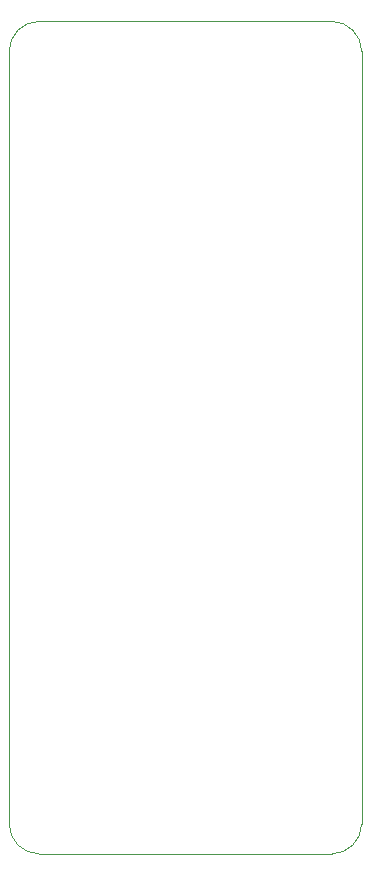
<source format=gbr>
G04 #@! TF.GenerationSoftware,KiCad,Pcbnew,(5.1.0-0)*
G04 #@! TF.CreationDate,2019-06-12T16:48:35+08:00*
G04 #@! TF.ProjectId,Palm,50616c6d-2e6b-4696-9361-645f70636258,V1.0*
G04 #@! TF.SameCoordinates,Original*
G04 #@! TF.FileFunction,Profile,NP*
%FSLAX46Y46*%
G04 Gerber Fmt 4.6, Leading zero omitted, Abs format (unit mm)*
G04 Created by KiCad (PCBNEW (5.1.0-0)) date 2019-06-12 16:48:35*
%MOMM*%
%LPD*%
G04 APERTURE LIST*
%ADD10C,0.050000*%
G04 APERTURE END LIST*
D10*
X160020000Y-119380000D02*
X160020000Y-53975000D01*
X132715000Y-121920000D02*
X157480000Y-121920000D01*
X130175000Y-53975000D02*
X130175000Y-119380000D01*
X132715000Y-51435000D02*
X157480000Y-51435000D01*
X160020000Y-119380000D02*
G75*
G02X157480000Y-121920000I-2540000J0D01*
G01*
X132715000Y-121920000D02*
G75*
G02X130175000Y-119380000I0J2540000D01*
G01*
X157480000Y-51435000D02*
G75*
G02X160020000Y-53975000I0J-2540000D01*
G01*
X130175000Y-53975000D02*
G75*
G02X132715000Y-51435000I2540000J0D01*
G01*
M02*

</source>
